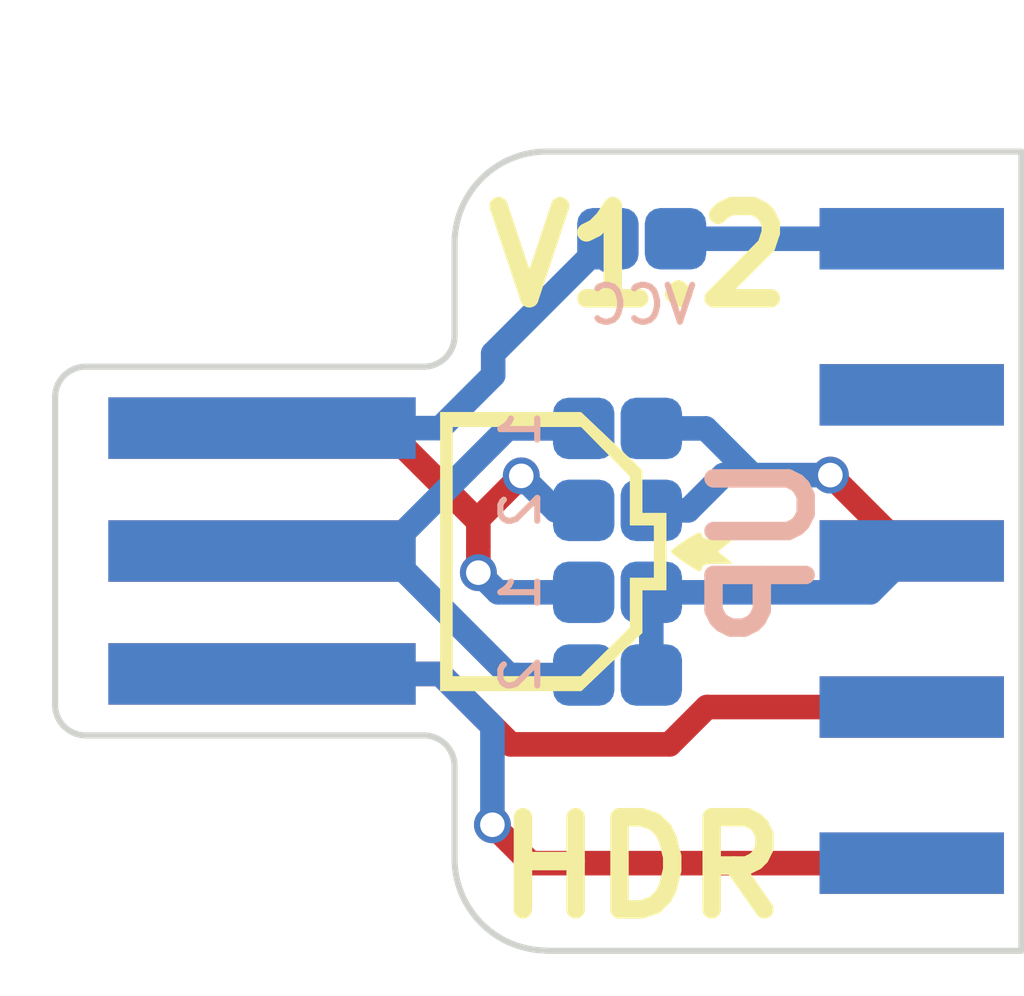
<source format=kicad_pcb>
(kicad_pcb (version 20171130) (host pcbnew "(5.0.0)")

  (general
    (thickness 1.6)
    (drawings 17)
    (tracks 59)
    (zones 0)
    (modules 13)
    (nets 1)
  )

  (page A4)
  (layers
    (0 F.Cu signal)
    (31 B.Cu signal)
    (32 B.Adhes user)
    (33 F.Adhes user)
    (34 B.Paste user)
    (35 F.Paste user)
    (36 B.SilkS user)
    (37 F.SilkS user)
    (38 B.Mask user)
    (39 F.Mask user)
    (40 Dwgs.User user)
    (41 Cmts.User user)
    (42 Eco1.User user)
    (43 Eco2.User user)
    (44 Edge.Cuts user)
    (45 Margin user)
    (46 B.CrtYd user)
    (47 F.CrtYd user)
    (48 B.Fab user)
    (49 F.Fab user)
  )

  (setup
    (last_trace_width 0.4)
    (trace_clearance 0.2)
    (zone_clearance 0.508)
    (zone_45_only no)
    (trace_min 0.2)
    (segment_width 0.2)
    (edge_width 0.1)
    (via_size 0.6)
    (via_drill 0.4)
    (via_min_size 0.4)
    (via_min_drill 0.3)
    (uvia_size 0.3)
    (uvia_drill 0.1)
    (uvias_allowed no)
    (uvia_min_size 0.2)
    (uvia_min_drill 0.1)
    (pcb_text_width 0.3)
    (pcb_text_size 1.5 1.5)
    (mod_edge_width 0.15)
    (mod_text_size 1 1)
    (mod_text_width 0.15)
    (pad_size 1.5 1.5)
    (pad_drill 0.6)
    (pad_to_mask_clearance 0)
    (aux_axis_origin 0 0)
    (visible_elements 7FFFFFFF)
    (pcbplotparams
      (layerselection 0x010f0_80000001)
      (usegerberextensions true)
      (usegerberattributes false)
      (usegerberadvancedattributes false)
      (creategerberjobfile false)
      (excludeedgelayer true)
      (linewidth 0.100000)
      (plotframeref false)
      (viasonmask false)
      (mode 1)
      (useauxorigin false)
      (hpglpennumber 1)
      (hpglpenspeed 20)
      (hpglpendiameter 15.000000)
      (psnegative false)
      (psa4output false)
      (plotreference true)
      (plotvalue true)
      (plotinvisibletext false)
      (padsonsilk false)
      (subtractmaskfromsilk false)
      (outputformat 1)
      (mirror false)
      (drillshape 0)
      (scaleselection 1)
      (outputdirectory "gerbers/ragworm"))
  )

  (net 0 "")

  (net_class Default "This is the default net class."
    (clearance 0.2)
    (trace_width 0.4)
    (via_dia 0.6)
    (via_drill 0.4)
    (uvia_dia 0.3)
    (uvia_drill 0.1)
  )

  (module Connectors_IDC:1pin (layer B.Cu) (tedit 5BC52213) (tstamp 5BC55E38)
    (at 71.42459 63.057831 270)
    (descr "module 1 pin (ou trou mecanique de percage)")
    (tags DEV)
    (path /5BC10385)
    (fp_text reference "" (at -3.659931 1.76509 270) (layer B.SilkS)
      (effects (font (size 1 1) (thickness 0.15)) (justify mirror))
    )
    (fp_text value "" (at 0 -3 270) (layer B.Fab)
      (effects (font (size 1 1) (thickness 0.15)) (justify mirror))
    )
    (pad 1 smd roundrect (at 0 0 270) (size 1 1) (layers B.Cu B.Paste B.Mask) (roundrect_rratio 0.25))
  )

  (module Connectors_IDC:1pin (layer B.Cu) (tedit 5BC53ABF) (tstamp 5BC55E34)
    (at 72.52459 63.057831 270)
    (descr "module 1 pin (ou trou mecanique de percage)")
    (tags DEV)
    (path /5BC100E8)
    (fp_text reference 2 (at -0.002331 2.12849 90) (layer B.SilkS)
      (effects (font (size 0.6 0.6) (thickness 0.1)) (justify mirror))
    )
    (fp_text value "" (at 0 -3 270) (layer B.Fab)
      (effects (font (size 1 1) (thickness 0.15)) (justify mirror))
    )
    (pad 1 smd roundrect (at 0 0 270) (size 1 1) (layers B.Cu B.Paste B.Mask) (roundrect_rratio 0.25))
  )

  (module Connectors_IDC:1pin (layer B.Cu) (tedit 5BC52213) (tstamp 5BC55E28)
    (at 71.42459 61.711631 270)
    (descr "module 1 pin (ou trou mecanique de percage)")
    (tags DEV)
    (path /5BC10385)
    (fp_text reference "" (at -3.659931 1.76509 270) (layer B.SilkS)
      (effects (font (size 1 1) (thickness 0.15)) (justify mirror))
    )
    (fp_text value "" (at 0 -3 270) (layer B.Fab)
      (effects (font (size 1 1) (thickness 0.15)) (justify mirror))
    )
    (pad 1 smd roundrect (at 0 0 270) (size 1 1) (layers B.Cu B.Paste B.Mask) (roundrect_rratio 0.25))
  )

  (module Connectors_IDC:1pin (layer B.Cu) (tedit 5BC53AD2) (tstamp 5BC55E24)
    (at 72.52459 61.711631 270)
    (descr "module 1 pin (ou trou mecanique de percage)")
    (tags DEV)
    (path /5BC100E8)
    (fp_text reference 1 (at -0.002331 2.12849 90) (layer B.SilkS)
      (effects (font (size 0.6 0.6) (thickness 0.1)) (justify mirror))
    )
    (fp_text value "" (at 0 -3 270) (layer B.Fab)
      (effects (font (size 1 1) (thickness 0.15)) (justify mirror))
    )
    (pad 1 smd roundrect (at 0 0 270) (size 1 1) (layers B.Cu B.Paste B.Mask) (roundrect_rratio 0.25))
  )

  (module Connectors_IDC:1pin (layer B.Cu) (tedit 5BC52213) (tstamp 5BC55D8C)
    (at 71.42459 60.378131 270)
    (descr "module 1 pin (ou trou mecanique de percage)")
    (tags DEV)
    (path /5BC10385)
    (fp_text reference "" (at -3.659931 1.76509 270) (layer B.SilkS)
      (effects (font (size 1 1) (thickness 0.15)) (justify mirror))
    )
    (fp_text value "" (at 0 -3 270) (layer B.Fab)
      (effects (font (size 1 1) (thickness 0.15)) (justify mirror))
    )
    (pad 1 smd roundrect (at 0 0 270) (size 1 1) (layers B.Cu B.Paste B.Mask) (roundrect_rratio 0.25))
  )

  (module Connectors_IDC:1pin (layer B.Cu) (tedit 5BC53AD9) (tstamp 5BC55D88)
    (at 72.52459 60.378131 270)
    (descr "module 1 pin (ou trou mecanique de percage)")
    (tags DEV)
    (path /5BC100E8)
    (fp_text reference 2 (at -0.002331 2.12849 90) (layer B.SilkS)
      (effects (font (size 0.6 0.6) (thickness 0.1)) (justify mirror))
    )
    (fp_text value "" (at 0 -3 270) (layer B.Fab)
      (effects (font (size 1 1) (thickness 0.15)) (justify mirror))
    )
    (pad 1 smd roundrect (at 0 0 270) (size 1 1) (layers B.Cu B.Paste B.Mask) (roundrect_rratio 0.25))
  )

  (module Connectors_IDC:1pin (layer B.Cu) (tedit 5BC53A71) (tstamp 5BC55D7C)
    (at 72.52459 59.044631 270)
    (descr "module 1 pin (ou trou mecanique de percage)")
    (tags DEV)
    (path /5BC100E8)
    (fp_text reference 1 (at 0.010369 2.12849 90) (layer B.SilkS)
      (effects (font (size 0.6 0.6) (thickness 0.1)) (justify mirror))
    )
    (fp_text value "" (at 0 -3 270) (layer B.Fab)
      (effects (font (size 1 1) (thickness 0.15)) (justify mirror))
    )
    (pad 1 smd roundrect (at 0 0 270) (size 1 1) (layers B.Cu B.Paste B.Mask) (roundrect_rratio 0.25))
  )

  (module Connectors_IDC:1pin (layer B.Cu) (tedit 5BC52213) (tstamp 5BC55D78)
    (at 71.42459 59.044631 270)
    (descr "module 1 pin (ou trou mecanique de percage)")
    (tags DEV)
    (path /5BC10385)
    (fp_text reference "" (at -3.659931 1.76509 270) (layer B.SilkS)
      (effects (font (size 1 1) (thickness 0.15)) (justify mirror))
    )
    (fp_text value "" (at 0 -3 270) (layer B.Fab)
      (effects (font (size 1 1) (thickness 0.15)) (justify mirror))
    )
    (pad 1 smd roundrect (at 0 0 270) (size 1 1) (layers B.Cu B.Paste B.Mask) (roundrect_rratio 0.25))
  )

  (module Connectors_IDC:STLink_Connector (layer F.Cu) (tedit 5BC52C91) (tstamp 5BC106F4)
    (at 75.10756 61.03874 180)
    (descr "surface-mounted straight pin header, 1x05, 2.54mm pitch, single row, style 1 (pin 1 left)")
    (tags "Surface mounted pin header SMD 1x05 2.54mm single row style1 pin1 left")
    (path /5BC0FD0B)
    (attr smd)
    (fp_text reference "" (at -1.905 -6.985 180) (layer F.SilkS)
      (effects (font (size 1 1) (thickness 0.15)))
    )
    (fp_text value "" (at 0 7.41 180) (layer F.Fab)
      (effects (font (size 1 1) (thickness 0.15)))
    )
    (fp_line (start -3.45 -6.35) (end -3.45 6.35) (layer F.CrtYd) (width 0.05))
    (fp_line (start -3.45 6.35) (end 0 6.35) (layer F.CrtYd) (width 0.05))
    (fp_line (start 0 6.35) (end 0 -6.35) (layer F.CrtYd) (width 0.05))
    (fp_line (start 0 -6.35) (end -3.45 -6.35) (layer F.CrtYd) (width 0.05))
    (pad "1 - RST" smd rect (at -1.655 -5.08 180) (size 3 1) (layers B.Cu B.Paste B.Mask))
    (pad "5 - SWIM" smd rect (at -1.655 0 180) (size 3 1) (layers B.Cu B.Paste B.Mask))
    (pad "9 - 5.0V" smd rect (at -1.655 5.08 180) (size 3 1) (layers B.Cu B.Paste B.Mask))
    (pad "3 - GND" smd rect (at -1.655 -2.54 180) (size 3 1) (layers B.Cu B.Paste B.Mask))
    (pad "7 - 3.3V" smd rect (at -1.655 2.54 180) (size 3 1) (layers B.Cu B.Paste B.Mask))
    (pad "8 - 3.3V" smd rect (at -1.655 2.54 180) (size 3 1) (layers F.Cu F.Paste F.Mask))
    (pad "10 - 5.0V" smd rect (at -1.655 5.08 180) (size 3 1) (layers F.Cu F.Paste F.Mask))
    (pad "2 - SWDIO" smd rect (at -1.655 -5.08 180) (size 3 1) (layers F.Cu F.Paste F.Mask))
    (pad "6 - SWCLK" smd rect (at -1.655 0 180) (size 3 1) (layers F.Cu F.Paste F.Mask))
    (pad "4 - GND" smd rect (at -1.655 -2.54 180) (size 3 1) (layers F.Cu F.Paste F.Mask))
    (model ${KISYS3DMOD}/Pin_Headers.3dshapes/Pin_Header_Straight_1x05_Pitch2.54mm_SMD_Pin1Left.wrl
      (at (xyz 0 0 0))
      (scale (xyz 1 1 1))
      (rotate (xyz 0 0 0))
    )
  )

  (module Connectors_IDC:gb-link-socket (layer F.Cu) (tedit 5BC52583) (tstamp 5740699F)
    (at 66.18986 61.039825 270)
    (path /574062E3)
    (fp_text reference GBLink (at 0 -3.25374 270) (layer F.SilkS) hide
      (effects (font (size 1 1) (thickness 0.15)))
    )
    (fp_text value "" (at 0.5 4 270) (layer F.Fab)
      (effects (font (size 1 1) (thickness 0.15)))
    )
    (pad "1 - VDD" connect rect (at -2 0 270) (size 1 5) (layers B.Cu B.Mask))
    (pad "3 - SI" connect rect (at 0 0 270) (size 1 5) (layers B.Cu B.Mask))
    (pad "5 - SC" connect rect (at 2 0 270) (size 1 5) (layers B.Cu B.Mask))
    (pad "2 - SO" connect rect (at -2 0 270) (size 1 5) (layers F.Cu F.Mask))
    (pad "6 - GND" connect rect (at 2 0 270) (size 1 5) (layers F.Cu F.Mask))
    (pad "4 - SD" connect rect (at 0 0 270) (size 1 5) (layers F.Cu F.Mask))
  )

  (module Connectors_IDC:1pin (layer B.Cu) (tedit 5BC52213) (tstamp 5BC10A0A)
    (at 71.81829 55.958531 270)
    (descr "module 1 pin (ou trou mecanique de percage)")
    (tags DEV)
    (path /5BC10385)
    (fp_text reference "" (at -3.659931 1.76509 270) (layer B.SilkS)
      (effects (font (size 1 1) (thickness 0.15)) (justify mirror))
    )
    (fp_text value "" (at 0 -3 270) (layer B.Fab)
      (effects (font (size 1 1) (thickness 0.15)) (justify mirror))
    )
    (pad 1 smd roundrect (at 0 0 270) (size 1 1) (layers B.Cu B.Paste B.Mask) (roundrect_rratio 0.25))
  )

  (module Connectors_IDC:1pin (layer B.Cu) (tedit 5BC5285F) (tstamp 5BC10A0F)
    (at 72.91829 55.958531 270)
    (descr "module 1 pin (ou trou mecanique de percage)")
    (tags DEV)
    (path /5BC100E8)
    (fp_text reference VCC (at 1.077169 0.52829) (layer B.SilkS)
      (effects (font (size 0.6 0.6) (thickness 0.1)) (justify mirror))
    )
    (fp_text value "" (at 0 -3 270) (layer B.Fab)
      (effects (font (size 1 1) (thickness 0.15)) (justify mirror))
    )
    (pad 1 smd roundrect (at 0 0 270) (size 1 1) (layers B.Cu B.Paste B.Mask) (roundrect_rratio 0.25))
  )

  (module gfx-hdr:GFX (layer F.Cu) (tedit 5BC538D4) (tstamp 5BC55C10)
    (at 71.4375 61.0489 270)
    (fp_text reference "" (at 0 0 270) (layer F.SilkS) hide
      (effects (font (size 1.524 1.524) (thickness 0.3)))
    )
    (fp_text value "" (at 0.75 0 270) (layer F.SilkS) hide
      (effects (font (size 1.524 1.524) (thickness 0.3)))
    )
    (fp_poly (pts (xy 0.193979 -2.161718) (xy 0.197919 -2.02684) (xy 0.211595 -1.951499) (xy 0.240776 -1.917181)
      (xy 0.273102 -1.907718) (xy 0.30894 -1.895672) (xy 0.315159 -1.866002) (xy 0.287227 -1.804723)
      (xy 0.220611 -1.697854) (xy 0.189894 -1.651) (xy 0.108676 -1.53348) (xy 0.041645 -1.446919)
      (xy 0.001552 -1.407592) (xy -0.001491 -1.40677) (xy -0.035666 -1.437421) (xy -0.097821 -1.518348)
      (xy -0.175399 -1.633007) (xy -0.186896 -1.651) (xy -0.264314 -1.776635) (xy -0.30213 -1.851709)
      (xy -0.304798 -1.890212) (xy -0.276772 -1.906136) (xy -0.268613 -1.907718) (xy -0.227541 -1.92614)
      (xy -0.204957 -1.975744) (xy -0.195525 -2.074685) (xy -0.19398 -2.161718) (xy -0.192574 -2.403231)
      (xy -0.096287 -2.286) (xy 0 -2.16877) (xy 0.096287 -2.286) (xy 0.192574 -2.403231)
      (xy 0.193979 -2.161718)) (layer F.SilkS) (width 0.01))
    (fp_poly (pts (xy 0.62523 -0.937847) (xy 1.322011 -0.937847) (xy 1.794236 -0.441635) (xy 2.266461 0.054576)
      (xy 2.266461 2.344615) (xy -2.266462 2.344615) (xy -2.266062 1.201615) (xy -2.265661 0.058615)
      (xy -2.261214 0.053918) (xy -2.032 0.053918) (xy -2.032 2.14923) (xy 2.032 2.14923)
      (xy 2.032 0.059949) (xy 1.632159 -0.341256) (xy 1.232319 -0.742462) (xy 0.429846 -0.742462)
      (xy 0.429846 -1.133231) (xy -0.429847 -1.133231) (xy -0.429847 -0.742462) (xy -1.222715 -0.742462)
      (xy -1.627358 -0.344272) (xy -2.032 0.053918) (xy -2.261214 0.053918) (xy -1.322037 -0.937847)
      (xy -0.625231 -0.937847) (xy -0.625231 -1.328616) (xy 0.62523 -1.328616) (xy 0.62523 -0.937847)) (layer F.SilkS) (width 0.01))
  )

  (gr_text HDR (at 72.3646 66.1924) (layer F.SilkS)
    (effects (font (size 1.5 1.5) (thickness 0.3)))
  )
  (gr_text V1.2 (at 72.3265 56.2483) (layer F.SilkS)
    (effects (font (size 1.5 1.5) (thickness 0.3)))
  )
  (gr_text UP (at 74.3585 61.0362 90) (layer B.SilkS)
    (effects (font (size 1.5 1.5) (thickness 0.3)) (justify mirror))
  )
  (gr_line (start 70.8025 67.5452) (end 78.5467 67.5452) (layer Edge.Cuts) (width 0.1))
  (gr_line (start 78.5467 54.5465) (end 78.5467 67.5386) (layer Edge.Cuts) (width 0.1))
  (gr_line (start 70.8279 54.5399) (end 78.5467 54.5399) (layer Edge.Cuts) (width 0.1))
  (gr_line (start 62.822943 63.539825) (end 62.822943 58.539825) (angle 90) (layer Edge.Cuts) (width 0.1))
  (gr_arc (start 63.322943 63.539825) (end 63.322943 64.039825) (angle 90) (layer Edge.Cuts) (width 0.1))
  (gr_arc (start 63.322943 58.539825) (end 62.822943 58.539825) (angle 90) (layer Edge.Cuts) (width 0.1))
  (gr_arc (start 70.822943 66.039825) (end 70.822943 67.539825) (angle 90) (layer Edge.Cuts) (width 0.1))
  (gr_arc (start 70.822943 56.039825) (end 69.322943 56.039825) (angle 90) (layer Edge.Cuts) (width 0.1))
  (gr_line (start 69.322943 57.539825) (end 69.322943 56.070487) (angle 90) (layer Edge.Cuts) (width 0.1))
  (gr_line (start 69.322943 64.539825) (end 69.322943 66.040121) (angle 90) (layer Edge.Cuts) (width 0.1))
  (gr_arc (start 68.822943 57.539825) (end 69.322943 57.539825) (angle 90) (layer Edge.Cuts) (width 0.1))
  (gr_arc (start 68.822943 64.539825) (end 68.822943 64.039825) (angle 90) (layer Edge.Cuts) (width 0.1))
  (gr_line (start 63.322943 58.039825) (end 68.822943 58.039825) (angle 90) (layer Edge.Cuts) (width 0.1))
  (gr_line (start 63.322943 64.039825) (end 68.822943 64.039825) (angle 90) (layer Edge.Cuts) (width 0.1))

  (segment (start 66.267354 60.962331) (end 66.18986 61.039825) (width 0.4) (layer B.Cu) (net 0))
  (segment (start 68.202625 61.039825) (end 66.18986 61.039825) (width 0.4) (layer B.Cu) (net 0))
  (segment (start 68.18986 59.039825) (end 66.18986 59.039825) (width 0.4) (layer B.Cu) (net 0))
  (segment (start 75.76256 61.03874) (end 76.76256 61.03874) (width 0.4) (layer F.Cu) (net 0))
  (segment (start 75.76256 55.95874) (end 76.76256 55.95874) (width 0.4) (layer B.Cu) (net 0))
  (segment (start 76.76256 55.95874) (end 75.419981 55.95874) (width 0.4) (layer B.Cu) (net 0))
  (segment (start 66.232766 59.082731) (end 66.18986 59.039825) (width 0.4) (layer B.Cu) (net 0))
  (segment (start 76.76256 61.03874) (end 76.76256 61.12134) (width 0.4) (layer F.Cu) (net 0))
  (segment (start 66.190945 61.03874) (end 66.18986 61.039825) (width 0.4) (layer F.Cu) (net 0))
  (via (at 75.438 59.8043) (size 0.6) (drill 0.4) (layers F.Cu B.Cu) (net 0) (tstamp 5BC550A5))
  (segment (start 75.438 59.8043) (end 75.52812 59.8043) (width 0.4) (layer B.Cu) (net 0))
  (segment (start 71.81829 56.311395) (end 71.81829 55.958531) (width 0.4) (layer B.Cu) (net 0))
  (segment (start 76.762351 55.958531) (end 76.76256 55.95874) (width 0.4) (layer B.Cu) (net 0))
  (segment (start 72.91829 55.958531) (end 76.762351 55.958531) (width 0.4) (layer B.Cu) (net 0))
  (segment (start 69.08986 63.039825) (end 69.9389 63.888865) (width 0.4) (layer B.Cu) (net 0))
  (segment (start 66.18986 63.039825) (end 69.08986 63.039825) (width 0.4) (layer B.Cu) (net 0))
  (segment (start 69.9389 63.888865) (end 69.9389 65.4939) (width 0.4) (layer B.Cu) (net 0))
  (segment (start 69.9389 65.4939) (end 69.9389 65.4939) (width 0.4) (layer B.Cu) (net 0) (tstamp 5BC55FB9))
  (via (at 69.9389 65.4939) (size 0.6) (drill 0.4) (layers F.Cu B.Cu) (net 0))
  (segment (start 70.56374 66.11874) (end 69.9389 65.4939) (width 0.4) (layer F.Cu) (net 0))
  (segment (start 76.76256 66.11874) (end 70.56374 66.11874) (width 0.4) (layer F.Cu) (net 0))
  (segment (start 69.08986 59.039825) (end 69.9516 58.178085) (width 0.4) (layer B.Cu) (net 0))
  (segment (start 66.18986 59.039825) (end 69.08986 59.039825) (width 0.4) (layer B.Cu) (net 0))
  (segment (start 69.9516 57.825221) (end 71.81829 55.958531) (width 0.4) (layer B.Cu) (net 0))
  (segment (start 69.9516 58.178085) (end 69.9516 57.825221) (width 0.4) (layer B.Cu) (net 0))
  (segment (start 70.185054 59.044631) (end 68.18986 61.039825) (width 0.4) (layer B.Cu) (net 0))
  (segment (start 71.42459 59.044631) (end 70.185054 59.044631) (width 0.4) (layer B.Cu) (net 0))
  (segment (start 76.67244 61.03874) (end 75.438 59.8043) (width 0.4) (layer F.Cu) (net 0))
  (segment (start 76.76256 61.03874) (end 76.67244 61.03874) (width 0.4) (layer F.Cu) (net 0))
  (segment (start 72.52459 59.044631) (end 73.408331 59.044631) (width 0.4) (layer B.Cu) (net 0))
  (segment (start 74.168 59.8043) (end 75.438 59.8043) (width 0.4) (layer B.Cu) (net 0))
  (segment (start 73.408331 59.044631) (end 74.168 59.8043) (width 0.4) (layer B.Cu) (net 0))
  (segment (start 73.698421 59.8043) (end 74.168 59.8043) (width 0.4) (layer B.Cu) (net 0))
  (segment (start 73.12459 60.378131) (end 73.698421 59.8043) (width 0.4) (layer B.Cu) (net 0))
  (segment (start 72.52459 60.378131) (end 73.12459 60.378131) (width 0.4) (layer B.Cu) (net 0))
  (via (at 69.7103 61.3918) (size 0.6) (drill 0.4) (layers F.Cu B.Cu) (net 0))
  (segment (start 71.42459 63.057831) (end 70.334931 63.057831) (width 0.4) (layer B.Cu) (net 0))
  (segment (start 68.18986 61.039825) (end 66.18986 61.039825) (width 0.4) (layer B.Cu) (net 0))
  (segment (start 70.207866 63.057831) (end 68.18986 61.039825) (width 0.4) (layer B.Cu) (net 0))
  (segment (start 70.334931 63.057831) (end 70.207866 63.057831) (width 0.4) (layer B.Cu) (net 0))
  (via (at 70.4088 59.817) (size 0.6) (drill 0.4) (layers F.Cu B.Cu) (net 0) (tstamp 5BC560D3))
  (segment (start 72.52459 61.711631) (end 72.52459 63.057831) (width 0.4) (layer B.Cu) (net 0))
  (segment (start 76.089669 61.711631) (end 76.76256 61.03874) (width 0.4) (layer B.Cu) (net 0))
  (segment (start 72.52459 61.711631) (end 76.089669 61.711631) (width 0.4) (layer B.Cu) (net 0))
  (segment (start 70.030131 61.711631) (end 69.7103 61.3918) (width 0.4) (layer B.Cu) (net 0))
  (segment (start 71.42459 61.711631) (end 70.030131 61.711631) (width 0.4) (layer B.Cu) (net 0))
  (segment (start 69.7103 60.967536) (end 69.7103 61.3918) (width 0.4) (layer F.Cu) (net 0))
  (segment (start 69.7103 60.560265) (end 69.7103 60.967536) (width 0.4) (layer F.Cu) (net 0))
  (segment (start 68.18986 59.039825) (end 69.7103 60.560265) (width 0.4) (layer F.Cu) (net 0))
  (segment (start 66.18986 59.039825) (end 68.18986 59.039825) (width 0.4) (layer F.Cu) (net 0))
  (segment (start 69.08986 63.039825) (end 70.235835 64.1858) (width 0.4) (layer F.Cu) (net 0))
  (segment (start 66.18986 63.039825) (end 69.08986 63.039825) (width 0.4) (layer F.Cu) (net 0))
  (segment (start 70.235835 64.1858) (end 72.8218 64.1858) (width 0.4) (layer F.Cu) (net 0))
  (segment (start 73.42886 63.57874) (end 76.76256 63.57874) (width 0.4) (layer F.Cu) (net 0))
  (segment (start 72.8218 64.1858) (end 73.42886 63.57874) (width 0.4) (layer F.Cu) (net 0))
  (segment (start 70.969931 60.378131) (end 70.4088 59.817) (width 0.4) (layer B.Cu) (net 0))
  (segment (start 71.42459 60.378131) (end 70.969931 60.378131) (width 0.4) (layer B.Cu) (net 0))
  (segment (start 69.7103 60.5155) (end 69.7103 60.560265) (width 0.4) (layer F.Cu) (net 0))
  (segment (start 70.4088 59.817) (end 69.7103 60.5155) (width 0.4) (layer F.Cu) (net 0))

)

</source>
